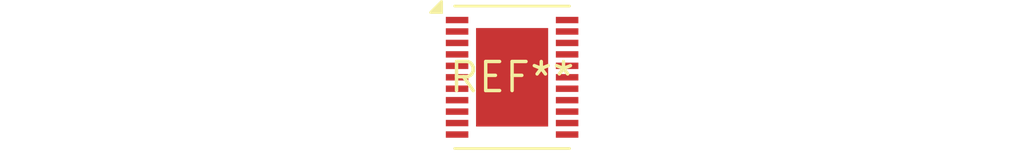
<source format=kicad_pcb>
(kicad_pcb (version 20240108) (generator pcbnew)
  (layers (0 "F.Cu" signal) (31 "B.Cu" signal) (34 "B.Paste" user) (35 "F.Paste" user) (36 "B.SilkS" user "B.Silkscreen") (37 "F.SilkS" user "F.Silkscreen") (38 "B.Mask" user) (39 "F.Mask" user) (44 "Edge.Cuts" user))
  (net 0 "")
  (footprint "DFN-22-1EP_5x6mm_P0.5mm_EP3.14x4.3mm" (layer "F.Cu") (at 0 0)
    (property "Reference" "REF**")
    (property "Value" "DFN-22-1EP_5x6mm_P0.5mm_EP3.14x4.3mm")
    (fp_line (start -2.5 -3.11) (end 2.5 -3.11) (layer "F.SilkS") (stroke (width 0.12)))
    (fp_line (start -2.5 3.11) (end 2.5 3.11) (layer "F.SilkS") (stroke (width 0.12)))
    (fp_poly (pts (xy -3.07 -2.83) (xy -3.55 -2.83) (xy -3.07 -3.31) (xy -3.07 -2.83)) (layer "F.SilkS") (stroke (width 0.12)) (fill solid))
    (pad "1" smd rect (at -2.395 -2.5) (size 0.98 0.28) (layers "F.Cu" "F.Paste" "F.Mask"))
    (pad "2" smd rect (at -2.395 -2) (size 0.98 0.28) (layers "F.Cu" "F.Paste" "F.Mask"))
    (pad "3" smd rect (at -2.395 -1.5) (size 0.98 0.28) (layers "F.Cu" "F.Paste" "F.Mask"))
    (pad "4" smd rect (at -2.395 -1) (size 0.98 0.28) (layers "F.Cu" "F.Paste" "F.Mask"))
    (pad "5" smd rect (at -2.395 -0.5) (size 0.98 0.28) (layers "F.Cu" "F.Paste" "F.Mask"))
    (pad "6" smd rect (at -2.395 0) (size 0.98 0.28) (layers "F.Cu" "F.Paste" "F.Mask"))
    (pad "7" smd rect (at -2.395 0.5) (size 0.98 0.28) (layers "F.Cu" "F.Paste" "F.Mask"))
    (pad "8" smd rect (at -2.395 1) (size 0.98 0.28) (layers "F.Cu" "F.Paste" "F.Mask"))
    (pad "9" smd rect (at -2.395 1.5) (size 0.98 0.28) (layers "F.Cu" "F.Paste" "F.Mask"))
    (pad "10" smd rect (at -2.395 2) (size 0.98 0.28) (layers "F.Cu" "F.Paste" "F.Mask"))
    (pad "11" smd rect (at -2.395 2.5) (size 0.98 0.28) (layers "F.Cu" "F.Paste" "F.Mask"))
    (pad "12" smd rect (at 2.395 2.5) (size 0.98 0.28) (layers "F.Cu" "F.Paste" "F.Mask"))
    (pad "13" smd rect (at 2.395 2) (size 0.98 0.28) (layers "F.Cu" "F.Paste" "F.Mask"))
    (pad "14" smd rect (at 2.395 1.5) (size 0.98 0.28) (layers "F.Cu" "F.Paste" "F.Mask"))
    (pad "15" smd rect (at 2.395 1) (size 0.98 0.28) (layers "F.Cu" "F.Paste" "F.Mask"))
    (pad "16" smd rect (at 2.395 0.5) (size 0.98 0.28) (layers "F.Cu" "F.Paste" "F.Mask"))
    (pad "17" smd rect (at 2.395 0) (size 0.98 0.28) (layers "F.Cu" "F.Paste" "F.Mask"))
    (pad "18" smd rect (at 2.395 -0.5) (size 0.98 0.28) (layers "F.Cu" "F.Paste" "F.Mask"))
    (pad "19" smd rect (at 2.395 -1) (size 0.98 0.28) (layers "F.Cu" "F.Paste" "F.Mask"))
    (pad "20" smd rect (at 2.395 -1.5) (size 0.98 0.28) (layers "F.Cu" "F.Paste" "F.Mask"))
    (pad "21" smd rect (at 2.395 -2) (size 0.98 0.28) (layers "F.Cu" "F.Paste" "F.Mask"))
    (pad "22" smd rect (at 2.395 -2.5) (size 0.98 0.28) (layers "F.Cu" "F.Paste" "F.Mask"))
    (pad "23" smd rect (at 0 0) (size 3.14 4.3) (layers "F.Cu" "F.Mask"))
  )
)
</source>
